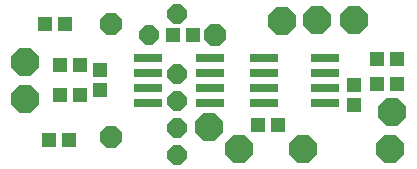
<source format=gts>
G75*
G70*
%OFA0B0*%
%FSLAX24Y24*%
%IPPOS*%
%LPD*%
%AMOC8*
5,1,8,0,0,1.08239X$1,22.5*
%
%ADD10R,0.0946X0.0316*%
%ADD11OC8,0.0640*%
%ADD12OC8,0.0710*%
%ADD13OC8,0.0930*%
%ADD14R,0.0474X0.0513*%
%ADD15R,0.0513X0.0474*%
D10*
X005245Y003261D03*
X005245Y003761D03*
X005245Y004261D03*
X005245Y004761D03*
X007292Y004761D03*
X007292Y004261D03*
X007292Y003761D03*
X007292Y003261D03*
X009095Y003261D03*
X009095Y003761D03*
X009095Y004261D03*
X009095Y004761D03*
X011142Y004761D03*
X011142Y004261D03*
X011142Y003761D03*
X011142Y003261D03*
D11*
X006193Y003336D03*
X006218Y004236D03*
X005268Y005511D03*
X006218Y006211D03*
X006193Y002436D03*
X006193Y001536D03*
D12*
X004018Y002136D03*
X007468Y005511D03*
X004018Y005886D03*
D13*
X001143Y004636D03*
X001143Y003386D03*
X007268Y002461D03*
X008268Y001711D03*
X010393Y001711D03*
X013318Y001711D03*
X013368Y002961D03*
X012093Y006036D03*
X010868Y006036D03*
X009718Y005986D03*
D14*
X001934Y002011D03*
X002603Y002011D03*
X003643Y003677D03*
X003643Y004346D03*
X006059Y005511D03*
X006728Y005511D03*
X002478Y005886D03*
X001809Y005886D03*
X012859Y004736D03*
X013528Y004736D03*
X013528Y003886D03*
X012859Y003886D03*
D15*
X012118Y003846D03*
X012118Y003177D03*
X009578Y002511D03*
X008909Y002511D03*
X002978Y003511D03*
X002309Y003511D03*
X002309Y004511D03*
X002978Y004511D03*
M02*

</source>
